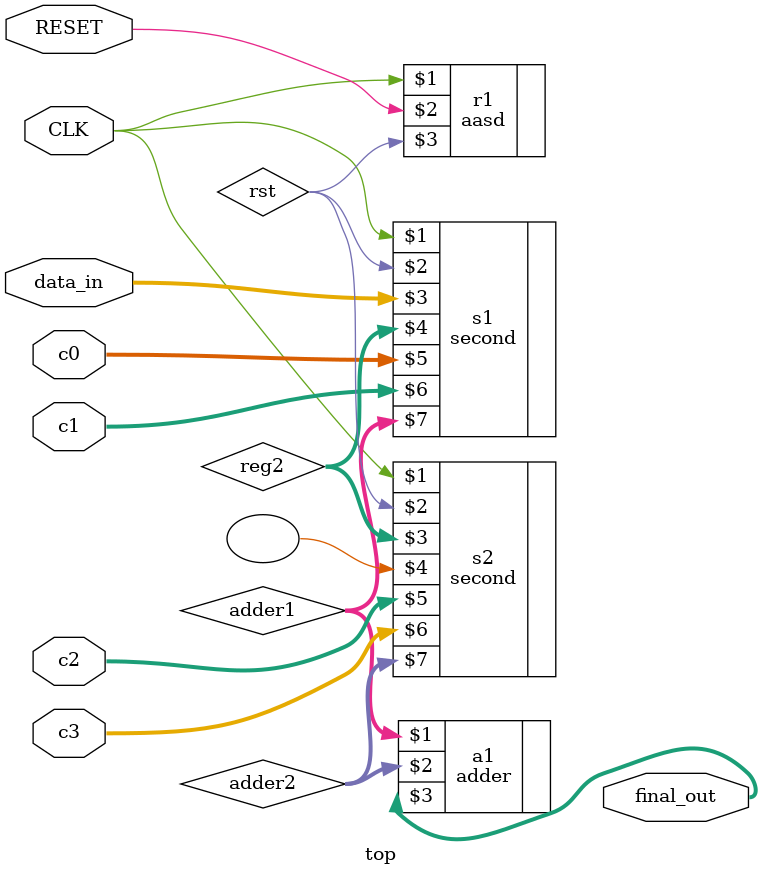
<source format=v>
`timescale 1 ns/ 1 ns
module top(CLK,RESET,c0,c1,c2,c3,data_in, final_out);
//set parameters
parameter width = 4;
input CLK, RESET;// register clock and reset;
input [width-1:0] data_in; //input to register
input [width:0] c0,c1,c2,c3; // inputs of multiplier as shown in figure
output [2*width+1:0] final_out; // final output
wire [width-1:0] reg2; // 
wire [2*width:0] adder1, adder2; // output of second level adders
wire rst; // using aasd reset

//instantiate aasd reset - aasd(clk, reset, out)
aasd r1(CLK, RESET, rst);

//instantiate second level - second(CLK, RESET, data_in, reg1, c0, c1,adder_out)
second #(.width(width)) s1(CLK, rst, data_in, reg2,c0,c1, adder1);
second #(.width(width)) s2(CLK, rst, reg2, ,c2,c3, adder2);

//instantiate final adder - adder(x,y,sum)
adder #(.width(2*width+1)) a1(adder1, adder2, final_out);

endmodule

</source>
